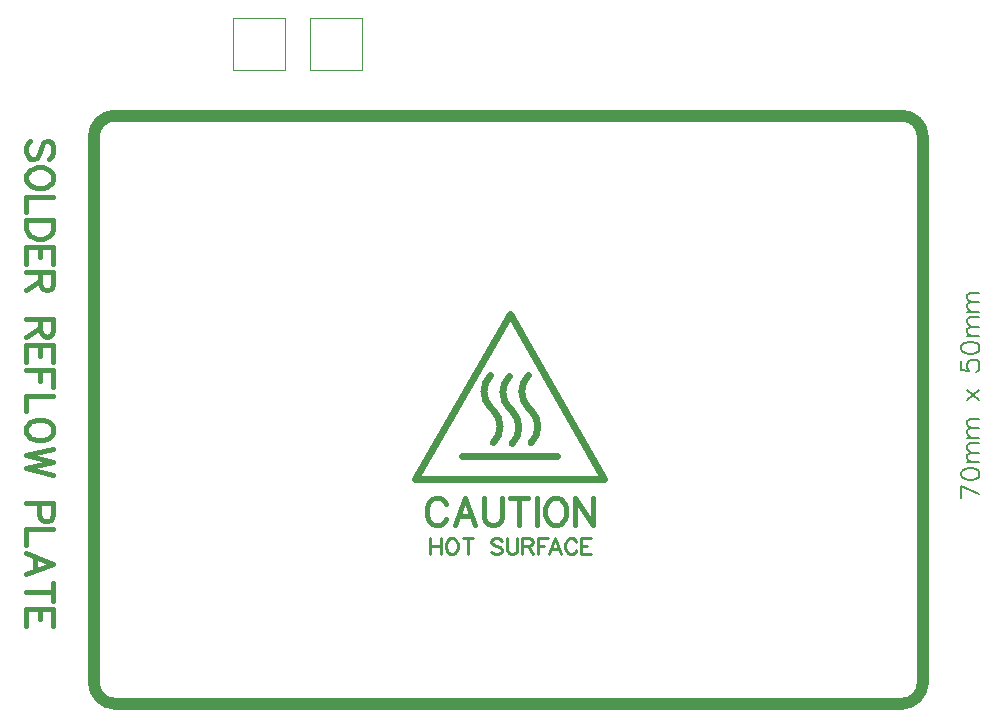
<source format=gbr>
%TF.GenerationSoftware,KiCad,Pcbnew,(6.0.9-0)*%
%TF.CreationDate,2023-03-02T18:42:41+01:00*%
%TF.ProjectId,untitled,756e7469-746c-4656-942e-6b696361645f,rev?*%
%TF.SameCoordinates,Original*%
%TF.FileFunction,Legend,Top*%
%TF.FilePolarity,Positive*%
%FSLAX46Y46*%
G04 Gerber Fmt 4.6, Leading zero omitted, Abs format (unit mm)*
G04 Created by KiCad (PCBNEW (6.0.9-0)) date 2023-03-02 18:42:41*
%MOMM*%
%LPD*%
G01*
G04 APERTURE LIST*
%ADD10C,0.200000*%
%ADD11C,0.240000*%
%ADD12C,0.400000*%
%ADD13C,0.600000*%
%ADD14C,1.000000*%
%ADD15C,0.120000*%
G04 APERTURE END LIST*
D10*
X125481460Y-86563200D02*
X125555120Y-86415880D01*
D11*
X87794280Y-94378220D02*
X87794280Y-95714260D01*
X92803940Y-94378220D02*
X92803940Y-95714260D01*
D12*
X48089710Y-61713470D02*
X48089710Y-61276590D01*
D10*
X125555120Y-84846160D02*
X125481460Y-84701380D01*
D12*
X48089710Y-100374810D02*
X45798630Y-100374810D01*
X46344730Y-68891510D02*
X46126290Y-68782290D01*
D10*
X124973460Y-78183740D02*
X124973460Y-78328520D01*
D11*
X89104920Y-94378220D02*
X89932960Y-94378220D01*
D12*
X48089710Y-98891450D02*
X45798630Y-98891450D01*
D10*
X125773560Y-74388980D02*
X126500000Y-74388980D01*
D11*
X85935000Y-95650760D02*
X85744500Y-95714260D01*
D10*
X125555120Y-87215980D02*
X125773560Y-87144860D01*
D12*
X48089710Y-71858230D02*
X48089710Y-72841210D01*
X47215950Y-73275550D02*
X47106730Y-73166330D01*
X80365410Y-90969590D02*
X80146970Y-91078810D01*
D13*
X85345899Y-86288599D02*
G75*
G03*
X85911590Y-84922910I-1365699J1365699D01*
G01*
D11*
X81571860Y-94441720D02*
X81444860Y-94568720D01*
D12*
X47215950Y-60948930D02*
X47106730Y-61167370D01*
X48089710Y-91385750D02*
X45798630Y-91385750D01*
D11*
X92803940Y-95714260D02*
X93629440Y-95714260D01*
X81952860Y-94378220D02*
X81698860Y-94378220D01*
X90550160Y-94378220D02*
X90039620Y-95714260D01*
D12*
X48089710Y-69719550D02*
X45798630Y-69719550D01*
X48089710Y-87895790D02*
X45798630Y-88439350D01*
D11*
X85300000Y-95650760D02*
X85173000Y-95523760D01*
D10*
X126500000Y-88859360D02*
X126426340Y-88643460D01*
X125773560Y-77266800D02*
X125555120Y-77050900D01*
D12*
X89748170Y-92386910D02*
X89857390Y-92714570D01*
X48089710Y-78032970D02*
X48089710Y-79450290D01*
D11*
X91683800Y-94441720D02*
X91554260Y-94568720D01*
D10*
X125699900Y-79319120D02*
X125918340Y-79245460D01*
D11*
X88622320Y-94505220D02*
X88685820Y-94632220D01*
X92191800Y-94441720D02*
X92064800Y-94378220D01*
D12*
X80365410Y-93260670D02*
X80802290Y-93260670D01*
D10*
X125481460Y-76685140D02*
X125555120Y-76540360D01*
D12*
X46344730Y-64614150D02*
X46669850Y-64723370D01*
X48089710Y-69719550D02*
X48089710Y-71139410D01*
X81020730Y-91078810D02*
X80802290Y-90969590D01*
X47980490Y-84774130D02*
X47762050Y-84555690D01*
X45907850Y-62041130D02*
X45798630Y-61713470D01*
D10*
X125773560Y-73588880D02*
X126500000Y-73588880D01*
D12*
X48089710Y-96534330D02*
X45798630Y-95663110D01*
X47215950Y-62978390D02*
X46669850Y-62978390D01*
X79712630Y-91843350D02*
X79712630Y-92386910D01*
X46669850Y-64723370D02*
X47215950Y-64723370D01*
D10*
X124973460Y-89006680D02*
X125044580Y-89225120D01*
D11*
X89104920Y-95015760D02*
X89615460Y-95015760D01*
D10*
X125481460Y-79682340D02*
X125555120Y-79463900D01*
D11*
X85490500Y-95714260D02*
X85300000Y-95650760D01*
D10*
X125626240Y-89443560D02*
X125844680Y-89443560D01*
X125555120Y-84338160D02*
X125773560Y-84264500D01*
D12*
X92214510Y-90969590D02*
X92214510Y-93260670D01*
X48089710Y-75785070D02*
X48089710Y-76768050D01*
D10*
X125844680Y-78765400D02*
X126207900Y-78694280D01*
X125481460Y-77266800D02*
X126500000Y-77266800D01*
D12*
X45798630Y-85429450D02*
X45907850Y-85647890D01*
D13*
X82711540Y-87391540D02*
X90711550Y-87391540D01*
D12*
X47215950Y-64723370D02*
X47543610Y-64614150D01*
X82394870Y-92496130D02*
X83487070Y-92496130D01*
D10*
X125481460Y-86781640D02*
X125481460Y-86563200D01*
D12*
X46126290Y-68782290D02*
X45907850Y-68563850D01*
D10*
X125481460Y-82664300D02*
X126500000Y-81864200D01*
X125626240Y-78765400D02*
X125844680Y-78765400D01*
D11*
X92064800Y-94378220D02*
X91810800Y-94378220D01*
D12*
X48089710Y-67471650D02*
X45798630Y-67471650D01*
X46669850Y-86084770D02*
X47215950Y-86084770D01*
X48089710Y-91385750D02*
X48089710Y-92366190D01*
X47980490Y-85647890D02*
X48089710Y-85429450D01*
D11*
X85173000Y-94698260D02*
X85236500Y-94825260D01*
D14*
X119911610Y-58591500D02*
X53311590Y-58591500D01*
D12*
X46997510Y-69719550D02*
X46997510Y-70593310D01*
D10*
X125773560Y-87944960D02*
X125555120Y-87726520D01*
D12*
X46344730Y-63087610D02*
X46126290Y-63196830D01*
X45798630Y-93633650D02*
X45798630Y-94941750D01*
D10*
X125555120Y-85135720D02*
X125773560Y-85064600D01*
D11*
X81317860Y-95206260D02*
X81381360Y-95396760D01*
D12*
X46888290Y-92366190D02*
X46888290Y-91385750D01*
X93741050Y-90969590D02*
X93741050Y-93260670D01*
D13*
X84545879Y-81957260D02*
G75*
G03*
X85111540Y-83322940I1931321J-40D01*
G01*
D11*
X88685820Y-94761760D02*
X88622320Y-94888760D01*
D10*
X125263020Y-88496140D02*
X125044580Y-88643460D01*
D12*
X79928530Y-92933010D02*
X80146970Y-93151450D01*
D11*
X85744500Y-94378220D02*
X85490500Y-94378220D01*
D12*
X46997510Y-72841210D02*
X46997510Y-71858230D01*
D11*
X86483640Y-95333260D02*
X86547140Y-95523760D01*
D12*
X46997510Y-80171650D02*
X46997510Y-81042870D01*
D10*
X125555120Y-77050900D02*
X125481460Y-76903580D01*
D12*
X47762050Y-68782290D02*
X47543610Y-68891510D01*
X48089710Y-87895790D02*
X45798630Y-87349690D01*
D11*
X86547140Y-95523760D02*
X86674140Y-95650760D01*
D12*
X47871270Y-77204930D02*
X47652830Y-77314150D01*
D10*
X125773560Y-84264500D02*
X126500000Y-84264500D01*
X125844680Y-89443560D02*
X126207900Y-89369900D01*
D12*
X91056270Y-91078810D02*
X90837830Y-90969590D01*
D11*
X81317860Y-94888760D02*
X81317860Y-95206260D01*
D12*
X79712630Y-92386910D02*
X79821850Y-92714570D01*
D10*
X125481460Y-81864200D02*
X126500000Y-82664300D01*
D12*
X87543450Y-90969590D02*
X87543450Y-93260670D01*
X47762050Y-85866330D02*
X47980490Y-85647890D01*
D10*
X126063120Y-79245460D02*
X126281560Y-79319120D01*
X126500000Y-78183740D02*
X126426340Y-77965300D01*
D11*
X87311680Y-95523760D02*
X87375180Y-95333260D01*
D12*
X47980490Y-77095710D02*
X47871270Y-77204930D01*
D10*
X125044580Y-89225120D02*
X125263020Y-89369900D01*
D11*
X82755500Y-94378220D02*
X83647040Y-94378220D01*
D12*
X91493150Y-92386910D02*
X91493150Y-91843350D01*
D10*
X125555120Y-80119220D02*
X125481460Y-79900780D01*
D14*
X51511550Y-106591550D02*
G75*
G03*
X53311570Y-108391550I1800050J50D01*
G01*
D12*
X48089710Y-96534330D02*
X45798630Y-97408090D01*
X81239170Y-92933010D02*
X81348390Y-92714570D01*
X48089710Y-71858230D02*
X45798630Y-71858230D01*
D10*
X126426340Y-79463900D02*
X126500000Y-79682340D01*
D12*
X90403490Y-93260670D02*
X90837830Y-93260670D01*
D13*
X86945932Y-86357182D02*
G75*
G03*
X87511630Y-84991520I-1365632J1365682D01*
G01*
D11*
X85236500Y-94825260D02*
X85300000Y-94888760D01*
X91490760Y-94698260D02*
X91427260Y-94888760D01*
D10*
X125773560Y-74388980D02*
X125555120Y-74170540D01*
X125773560Y-87144860D02*
X126500000Y-87144860D01*
D11*
X85427000Y-94952260D02*
X85808000Y-95079260D01*
X81381360Y-95396760D02*
X81444860Y-95523760D01*
X81698860Y-94378220D02*
X81571860Y-94441720D01*
X92064800Y-95714260D02*
X92191800Y-95650760D01*
X83200000Y-94378220D02*
X83200000Y-95714260D01*
D12*
X47980490Y-62041130D02*
X48089710Y-61713470D01*
X91274710Y-92933010D02*
X91383930Y-92714570D01*
D10*
X125555120Y-74460100D02*
X125773560Y-74388980D01*
D12*
X46669850Y-62978390D02*
X46344730Y-63087610D01*
D11*
X89104920Y-94378220D02*
X89104920Y-95714260D01*
D14*
X121711580Y-106591560D02*
X121711580Y-60391520D01*
D11*
X85935000Y-94441720D02*
X85744500Y-94378220D01*
D10*
X125481460Y-87581740D02*
X125481460Y-87363300D01*
D11*
X82336400Y-94888760D02*
X82270360Y-94698260D01*
D12*
X89857390Y-92714570D02*
X89966610Y-92933010D01*
D14*
X121711580Y-60391520D02*
G75*
G03*
X119911620Y-58591520I-1799980J20D01*
G01*
D11*
X82206860Y-95523760D02*
X82270360Y-95396760D01*
D12*
X46997510Y-100374810D02*
X46997510Y-101248570D01*
X48089710Y-65444730D02*
X45798630Y-65444730D01*
D11*
X85935000Y-95142760D02*
X85998500Y-95206260D01*
X90230120Y-95269760D02*
X90867660Y-95269760D01*
D13*
X85111559Y-80591599D02*
G75*
G03*
X84545850Y-81957260I1365641J-1365701D01*
G01*
D11*
X91683800Y-95650760D02*
X91810800Y-95714260D01*
D12*
X48089710Y-80171650D02*
X48089710Y-81588970D01*
X45798630Y-63633710D02*
X45798630Y-64068050D01*
X45798630Y-65444730D02*
X45798630Y-66752830D01*
X86060090Y-92605350D02*
X86060090Y-90969590D01*
X48089710Y-85429450D02*
X48089710Y-84992570D01*
D10*
X125481460Y-74023220D02*
X125481460Y-73807320D01*
X125481460Y-85283040D02*
X125555120Y-85135720D01*
D12*
X47871270Y-73275550D02*
X47652830Y-73384770D01*
X85407310Y-93260670D02*
X85732430Y-93151450D01*
D11*
X86483640Y-94378220D02*
X86483640Y-95333260D01*
D10*
X125263020Y-77820520D02*
X125044580Y-77965300D01*
X125555120Y-85646260D02*
X125481460Y-85501480D01*
X125626240Y-88425020D02*
X125263020Y-88496140D01*
D12*
X48089710Y-76768050D02*
X47980490Y-77095710D01*
D10*
X124973460Y-80119220D02*
X125626240Y-80190340D01*
D12*
X47106730Y-77095710D02*
X46997510Y-76768050D01*
X46669850Y-62150350D02*
X46453950Y-62259570D01*
D10*
X125481460Y-87944960D02*
X126500000Y-87944960D01*
D12*
X91383930Y-91515690D02*
X91274710Y-91297250D01*
D11*
X88558820Y-94441720D02*
X88622320Y-94505220D01*
D12*
X47543610Y-68891510D02*
X47215950Y-69000730D01*
X47980490Y-73166330D02*
X47871270Y-73275550D01*
X45798630Y-78032970D02*
X45798630Y-79450290D01*
X79821850Y-92714570D02*
X79928530Y-92933010D01*
D10*
X125481460Y-76103480D02*
X125481460Y-75885040D01*
D11*
X88365780Y-94378220D02*
X88558820Y-94441720D01*
X92318800Y-95523760D02*
X92382300Y-95396760D01*
X87794280Y-94378220D02*
X88365780Y-94378220D01*
D12*
X90403490Y-90969590D02*
X90185050Y-91078810D01*
D11*
X86674140Y-95650760D02*
X86864640Y-95714260D01*
D10*
X125481460Y-84482940D02*
X125555120Y-84338160D01*
D12*
X46126290Y-63196830D02*
X45907850Y-63415270D01*
X48089710Y-67471650D02*
X48089710Y-68236190D01*
D10*
X125481460Y-75189080D02*
X126500000Y-75189080D01*
D12*
X84533550Y-92605350D02*
X84642770Y-92933010D01*
X45907850Y-64286490D02*
X46126290Y-64504930D01*
X47543610Y-85975550D02*
X47762050Y-85866330D01*
D10*
X125555120Y-74970640D02*
X125481460Y-74823320D01*
D11*
X88622320Y-94888760D02*
X88558820Y-94952260D01*
D12*
X89748170Y-91843350D02*
X89748170Y-92386910D01*
X47543610Y-60730490D02*
X47325170Y-60839710D01*
D11*
X86064540Y-94568720D02*
X85935000Y-94441720D01*
D12*
X89857390Y-91515690D02*
X89748170Y-91843350D01*
X91274710Y-91297250D02*
X91056270Y-91078810D01*
D11*
X86064540Y-95523760D02*
X85935000Y-95650760D01*
D10*
X125481460Y-74604880D02*
X125555120Y-74460100D01*
X124973460Y-79392780D02*
X124973460Y-80119220D01*
D12*
X46126290Y-62259570D02*
X45907850Y-62041130D01*
X90837830Y-93260670D02*
X91056270Y-93151450D01*
D11*
X81444860Y-95523760D02*
X81571860Y-95650760D01*
D12*
X45907850Y-60948930D02*
X46126290Y-60730490D01*
X84533550Y-90969590D02*
X84533550Y-92605350D01*
D11*
X86064540Y-95333260D02*
X86064540Y-95523760D01*
D12*
X45798630Y-84992570D02*
X45798630Y-85429450D01*
D10*
X124973460Y-90939620D02*
X124973460Y-89923620D01*
D12*
X48089710Y-100374810D02*
X48089710Y-101792130D01*
D10*
X125555120Y-87726520D02*
X125481460Y-87581740D01*
D12*
X47980490Y-64286490D02*
X48089710Y-64068050D01*
D10*
X125555120Y-79463900D02*
X125699900Y-79319120D01*
D12*
X47980490Y-60948930D02*
X47762050Y-60730490D01*
D13*
X87511628Y-84991520D02*
G75*
G03*
X86945950Y-83625840I-1931328J20D01*
G01*
D10*
X126281560Y-79319120D02*
X126426340Y-79463900D01*
D11*
X81952860Y-95714260D02*
X82079860Y-95650760D01*
D12*
X45907850Y-85647890D02*
X46126290Y-85866330D01*
D10*
X125481460Y-87363300D02*
X125555120Y-87215980D01*
D12*
X46997510Y-76768050D02*
X46997510Y-75785070D01*
X48089710Y-78032970D02*
X45798630Y-78032970D01*
D10*
X126426340Y-88643460D02*
X126207900Y-88496140D01*
D12*
X47434390Y-77314150D02*
X47215950Y-77204930D01*
D13*
X85911570Y-84922910D02*
G75*
G03*
X85345900Y-83557230I-1931370J10D01*
G01*
D12*
X47762050Y-84555690D02*
X47543610Y-84446470D01*
X81239170Y-91297250D02*
X81020730Y-91078810D01*
D13*
X87745872Y-81957260D02*
G75*
G03*
X88311530Y-83322940I1931328J-40D01*
G01*
D12*
X47215950Y-84337250D02*
X46669850Y-84337250D01*
X80146970Y-91078810D02*
X79928530Y-91297250D01*
D10*
X125773560Y-76466700D02*
X126500000Y-76466700D01*
D11*
X88238780Y-95015760D02*
X88685820Y-95714260D01*
D12*
X45798630Y-69719550D02*
X45798630Y-71139410D01*
D10*
X124973460Y-88859360D02*
X124973460Y-89006680D01*
D12*
X48089710Y-64068050D02*
X48089710Y-63633710D01*
D11*
X91810800Y-94378220D02*
X91683800Y-94441720D01*
D10*
X125555120Y-73660000D02*
X125773560Y-73588880D01*
D13*
X88311450Y-83322950D02*
X88545840Y-83557240D01*
D12*
X47106730Y-73166330D02*
X46997510Y-72841210D01*
X45798630Y-100374810D02*
X45798630Y-101792130D01*
X47762050Y-60730490D02*
X47543610Y-60730490D01*
X48089710Y-93633650D02*
X45798630Y-93633650D01*
D10*
X126500000Y-78328520D02*
X126500000Y-78183740D01*
X125626240Y-80190340D02*
X125555120Y-80119220D01*
X125044580Y-77965300D02*
X124973460Y-78183740D01*
D12*
X47215950Y-86084770D02*
X47543610Y-85975550D01*
D11*
X91554260Y-94568720D02*
X91490760Y-94698260D01*
D12*
X47215950Y-69000730D02*
X46669850Y-69000730D01*
D10*
X125773560Y-85064600D02*
X126500000Y-85064600D01*
X125918340Y-79245460D02*
X126063120Y-79245460D01*
D11*
X80007220Y-94378220D02*
X80007220Y-95714260D01*
D14*
X53311570Y-58591480D02*
G75*
G03*
X51511580Y-60391520I30J-1800020D01*
G01*
D10*
X125773560Y-75669140D02*
X126500000Y-75669140D01*
X124973460Y-89923620D02*
X126500000Y-90650060D01*
D12*
X46344730Y-85975550D02*
X46669850Y-86084770D01*
D13*
X85111510Y-83322950D02*
X85345920Y-83557240D01*
D10*
X126500000Y-89006680D02*
X126500000Y-88859360D01*
D12*
X48089710Y-98126910D02*
X48089710Y-99653450D01*
D11*
X80896220Y-94378220D02*
X80896220Y-95714260D01*
D13*
X89111570Y-84922910D02*
G75*
G03*
X88545900Y-83557230I-1931370J10D01*
G01*
D12*
X82940970Y-90969590D02*
X83812190Y-93260670D01*
X47106730Y-61167370D02*
X46888290Y-61822690D01*
D11*
X82079860Y-94441720D02*
X81952860Y-94378220D01*
X85808000Y-95079260D02*
X85935000Y-95142760D01*
D13*
X86711530Y-75391590D02*
X94711540Y-89391540D01*
D10*
X126426340Y-89225120D02*
X126500000Y-89006680D01*
D12*
X84642770Y-92933010D02*
X84861210Y-93151450D01*
X47215950Y-77204930D02*
X47106730Y-77095710D01*
D11*
X88365780Y-95015760D02*
X87794280Y-95015760D01*
D12*
X48089710Y-72841210D02*
X47980490Y-73166330D01*
D11*
X81571860Y-95650760D02*
X81698860Y-95714260D01*
D10*
X125773560Y-86344760D02*
X126500000Y-86344760D01*
D12*
X45798630Y-82310330D02*
X45798630Y-83618430D01*
D11*
X91490760Y-95396760D02*
X91554260Y-95523760D01*
D12*
X47762050Y-64504930D02*
X47980490Y-64286490D01*
X82940970Y-90969590D02*
X82067210Y-93260670D01*
D11*
X87182140Y-95650760D02*
X87311680Y-95523760D01*
D10*
X125773560Y-85864700D02*
X125555120Y-85646260D01*
X125555120Y-75740260D02*
X125773560Y-75669140D01*
D11*
X91554260Y-95523760D02*
X91683800Y-95650760D01*
D12*
X80146970Y-93151450D02*
X80365410Y-93260670D01*
D11*
X82270360Y-94698260D02*
X82206860Y-94568720D01*
D13*
X88311554Y-80591604D02*
G75*
G03*
X87745850Y-81957260I1365646J-1365696D01*
G01*
D12*
X47434390Y-73384770D02*
X47215950Y-73275550D01*
D10*
X125844680Y-77746860D02*
X125626240Y-77746860D01*
D12*
X47762050Y-63196830D02*
X47543610Y-63087610D01*
D10*
X125481460Y-76903580D02*
X125481460Y-76685140D01*
D11*
X81381360Y-94698260D02*
X81317860Y-94888760D01*
D10*
X125481460Y-79900780D02*
X125481460Y-79682340D01*
D12*
X47762050Y-62259570D02*
X47980490Y-62041130D01*
X46126290Y-84555690D02*
X45907850Y-84774130D01*
X80802290Y-93260670D02*
X81020730Y-93151450D01*
X81020730Y-93151450D02*
X81239170Y-92933010D01*
X46997510Y-76549610D02*
X45798630Y-77314150D01*
X45907850Y-84774130D02*
X45798630Y-84992570D01*
D11*
X85300000Y-94441720D02*
X85173000Y-94568720D01*
X92191800Y-95650760D02*
X92318800Y-95523760D01*
D12*
X45907850Y-68563850D02*
X45798630Y-68236190D01*
D13*
X88545892Y-86288592D02*
G75*
G03*
X89111580Y-84922910I-1365692J1365692D01*
G01*
D12*
X47325170Y-60839710D02*
X47215950Y-60948930D01*
D10*
X124973460Y-78328520D02*
X125044580Y-78546960D01*
D12*
X85950870Y-92933010D02*
X86060090Y-92605350D01*
D11*
X85744500Y-95714260D02*
X85490500Y-95714260D01*
D12*
X48089710Y-88985450D02*
X45798630Y-88439350D01*
X81348390Y-91515690D02*
X81239170Y-91297250D01*
X46888290Y-61822690D02*
X46779070Y-62041130D01*
D11*
X88558820Y-94952260D02*
X88365780Y-95015760D01*
D12*
X48089710Y-68236190D02*
X47980490Y-68563850D01*
D10*
X125044580Y-88643460D02*
X124973460Y-88859360D01*
D13*
X86711530Y-83391600D02*
X86945940Y-83625820D01*
D11*
X81698860Y-95714260D02*
X81952860Y-95714260D01*
D12*
X79928530Y-91297250D02*
X79821850Y-91515690D01*
D11*
X92318800Y-94568720D02*
X92191800Y-94441720D01*
X82079860Y-95650760D02*
X82206860Y-95523760D01*
D12*
X46453950Y-62259570D02*
X46126290Y-62259570D01*
D10*
X125481460Y-85501480D02*
X125481460Y-85283040D01*
X125481460Y-75885040D02*
X125555120Y-75740260D01*
X126500000Y-79900780D02*
X126426340Y-80119220D01*
D12*
X86781450Y-90969590D02*
X88307990Y-90969590D01*
X45798630Y-64068050D02*
X45907850Y-64286490D01*
D10*
X125773560Y-85064600D02*
X125555120Y-84846160D01*
D12*
X46997510Y-92693850D02*
X46888290Y-92366190D01*
D10*
X126207900Y-89369900D02*
X126426340Y-89225120D01*
D13*
X86145930Y-82025870D02*
G75*
G03*
X86711580Y-83391550I1931370J-30D01*
G01*
D12*
X47106730Y-92803070D02*
X46997510Y-92693850D01*
D10*
X125844680Y-88425020D02*
X125626240Y-88425020D01*
X125481460Y-85864700D02*
X126500000Y-85864700D01*
D12*
X90185050Y-93151450D02*
X90403490Y-93260670D01*
D10*
X125263020Y-89369900D02*
X125626240Y-89443560D01*
D12*
X48089710Y-82310330D02*
X45798630Y-82310330D01*
D10*
X125481460Y-84701380D02*
X125481460Y-84482940D01*
D11*
X85998500Y-95206260D02*
X86064540Y-95333260D01*
D12*
X84861210Y-93151450D02*
X85188870Y-93260670D01*
D11*
X87375180Y-95333260D02*
X87375180Y-94378220D01*
D10*
X126426340Y-78546960D02*
X126500000Y-78328520D01*
D11*
X85173000Y-94568720D02*
X85173000Y-94698260D01*
D13*
X78711520Y-89391540D02*
X86711530Y-75391590D01*
D10*
X125555120Y-76250800D02*
X125481460Y-76103480D01*
D11*
X82270360Y-95396760D02*
X82336400Y-95206260D01*
D10*
X125044580Y-78546960D02*
X125263020Y-78694280D01*
D14*
X53311590Y-108391500D02*
X119911610Y-108391500D01*
D10*
X125481460Y-73807320D02*
X125555120Y-73660000D01*
D12*
X48089710Y-80171650D02*
X45798630Y-80171650D01*
D11*
X91810800Y-95714260D02*
X92064800Y-95714260D01*
D12*
X47543610Y-64614150D02*
X47762050Y-64504930D01*
D11*
X88685820Y-94632220D02*
X88685820Y-94761760D01*
D12*
X46997510Y-78032970D02*
X46997510Y-78906730D01*
D10*
X125263020Y-78694280D02*
X125626240Y-78765400D01*
X126207900Y-77820520D02*
X125844680Y-77746860D01*
D12*
X47652830Y-92912290D02*
X47325170Y-92912290D01*
D13*
X78711520Y-89391540D02*
X94711540Y-89391540D01*
D12*
X47652830Y-73384770D02*
X47434390Y-73384770D01*
X48089710Y-61276590D02*
X47980490Y-60948930D01*
X46563170Y-95988230D02*
X46563170Y-97080430D01*
X45907850Y-63415270D02*
X45798630Y-63633710D01*
D10*
X125773560Y-87144860D02*
X125555120Y-86926420D01*
D12*
X90837830Y-90969590D02*
X90403490Y-90969590D01*
X47980490Y-63415270D02*
X47762050Y-63196830D01*
D11*
X91427260Y-95206260D02*
X91490760Y-95396760D01*
D12*
X47980490Y-68563850D02*
X47762050Y-68782290D01*
X47980490Y-92693850D02*
X47871270Y-92803070D01*
X46997510Y-72622770D02*
X45798630Y-73384770D01*
X48089710Y-92366190D02*
X47980490Y-92693850D01*
D11*
X92803940Y-94378220D02*
X93629440Y-94378220D01*
X92803940Y-95015760D02*
X93311940Y-95015760D01*
D10*
X125626240Y-77746860D02*
X125263020Y-77820520D01*
X125773560Y-75189080D02*
X125555120Y-74970640D01*
X126207900Y-88496140D02*
X125844680Y-88425020D01*
X126207900Y-78694280D02*
X126426340Y-78546960D01*
D12*
X47871270Y-92803070D02*
X47652830Y-92912290D01*
X46126290Y-85866330D02*
X46344730Y-85975550D01*
D10*
X126355220Y-80190340D02*
X126207900Y-80264000D01*
D12*
X92214510Y-90969590D02*
X93741050Y-93260670D01*
X46344730Y-84446470D02*
X46126290Y-84555690D01*
X85732430Y-93151450D02*
X85950870Y-92933010D01*
D11*
X86864640Y-95714260D02*
X86991640Y-95714260D01*
D12*
X45798630Y-61713470D02*
X45798630Y-61276590D01*
D11*
X81444860Y-94568720D02*
X81381360Y-94698260D01*
D12*
X80802290Y-90969590D02*
X80365410Y-90969590D01*
D13*
X86711594Y-80660194D02*
G75*
G03*
X86145900Y-82025870I1365706J-1365706D01*
G01*
D11*
X90550160Y-94378220D02*
X91058160Y-95714260D01*
D10*
X125481460Y-74823320D02*
X125481460Y-74604880D01*
X125773560Y-76466700D02*
X125555120Y-76250800D01*
X126500000Y-79682340D02*
X126500000Y-79900780D01*
D12*
X89966610Y-91297250D02*
X89857390Y-91515690D01*
D11*
X86991640Y-95714260D02*
X87182140Y-95650760D01*
D12*
X46669850Y-84337250D02*
X46344730Y-84446470D01*
D10*
X126426340Y-77965300D02*
X126207900Y-77820520D01*
D11*
X85300000Y-94888760D02*
X85427000Y-94952260D01*
D12*
X48089710Y-84992570D02*
X47980490Y-84774130D01*
X46126290Y-64504930D02*
X46344730Y-64614150D01*
X46669850Y-69000730D02*
X46344730Y-68891510D01*
X45798630Y-61276590D02*
X45907850Y-60948930D01*
X91056270Y-93151450D02*
X91274710Y-92933010D01*
X47543610Y-84446470D02*
X47215950Y-84337250D01*
X48089710Y-63633710D02*
X47980490Y-63415270D01*
D14*
X119911620Y-108391520D02*
G75*
G03*
X121711620Y-106591550I-20J1800020D01*
G01*
D12*
X90185050Y-91078810D02*
X89966610Y-91297250D01*
D11*
X91427260Y-94888760D02*
X91427260Y-95206260D01*
D10*
X126426340Y-80119220D02*
X126355220Y-80190340D01*
D12*
X85188870Y-93260670D02*
X85407310Y-93260670D01*
X91493150Y-91843350D02*
X91383930Y-91515690D01*
D11*
X80007220Y-95015760D02*
X80896220Y-95015760D01*
D12*
X47325170Y-92912290D02*
X47106730Y-92803070D01*
D10*
X125555120Y-74170540D02*
X125481460Y-74023220D01*
D11*
X82206860Y-94568720D02*
X82079860Y-94441720D01*
D10*
X125555120Y-86415880D02*
X125773560Y-86344760D01*
D12*
X48089710Y-75785070D02*
X45798630Y-75785070D01*
D11*
X85490500Y-94378220D02*
X85300000Y-94441720D01*
D12*
X91383930Y-92714570D02*
X91493150Y-92386910D01*
X89026810Y-90969590D02*
X89026810Y-93260670D01*
X47543610Y-63087610D02*
X47215950Y-62978390D01*
D10*
X125555120Y-86926420D02*
X125481460Y-86781640D01*
D12*
X79821850Y-91515690D02*
X79712630Y-91843350D01*
X46779070Y-62041130D02*
X46669850Y-62150350D01*
X45798630Y-68236190D02*
X45798630Y-67471650D01*
X47652830Y-77314150D02*
X47434390Y-77314150D01*
X89966610Y-92933010D02*
X90185050Y-93151450D01*
D11*
X92382300Y-94698260D02*
X92318800Y-94568720D01*
X82336400Y-95206260D02*
X82336400Y-94888760D01*
D14*
X51511570Y-106591560D02*
X51511570Y-60391520D01*
D12*
X48089710Y-86803590D02*
X45798630Y-87349690D01*
D10*
X125555120Y-76540360D02*
X125773560Y-76466700D01*
D15*
%TO.C,REF\u002A\u002A*%
X69800000Y-54700000D02*
X69800000Y-50300000D01*
X74200000Y-50300000D02*
X74200000Y-54700000D01*
X74200000Y-54700000D02*
X69800000Y-54700000D01*
X69800000Y-50300000D02*
X74200000Y-50300000D01*
X67700000Y-50300000D02*
X67700000Y-54700000D01*
X63300000Y-54700000D02*
X63300000Y-50300000D01*
X67700000Y-54700000D02*
X63300000Y-54700000D01*
X63300000Y-50300000D02*
X67700000Y-50300000D01*
%TD*%
M02*

</source>
